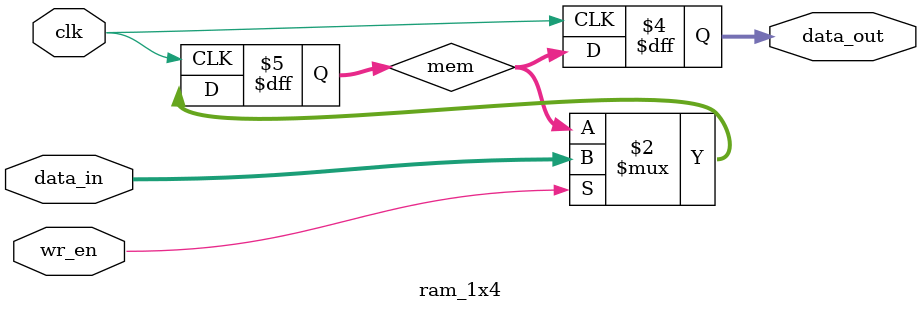
<source format=v>
/*
      Guia_1202.v  
      806937 - FELIPE PEREIRA DA SILVA
      ------------------------------------------------
      Compilar  => iverilog -o programa.vvp programa.v
      Executar  => vvp programa.vvp
*/

module ram_1x8 (
    
    input wire clk,        
    input wire wr_en,       
    input wire [7:0] data_in,
    output wire [7:0] data_out 
);

    
    wire [3:0] data_in_high = data_in[7:4];
    wire [3:0] data_in_low = data_in[3:0];
    
    
    wire [3:0] data_out_high;
    wire [3:0] data_out_low;

    
    ram_1x4 ram_high (
        .clk(clk),
        .wr_en(wr_en),
        .data_in(data_in_high),
        .data_out(data_out_high)
    );

    ram_1x4 ram_low (
        .clk(clk),
        .wr_en(wr_en),
        .data_in(data_in_low),
        .data_out(data_out_low)
    );

   
    assign data_out = {data_out_high, data_out_low};

endmodule


module ram_1x4 (
    input wire clk,
    input wire wr_en,
    input wire [3:0] data_in,
    output reg [3:0] data_out
);
    reg [3:0] mem; 

    always @(posedge clk) begin
        if (wr_en) begin
            mem <= data_in; 
        end
        data_out <= mem; 
    end
endmodule

</source>
